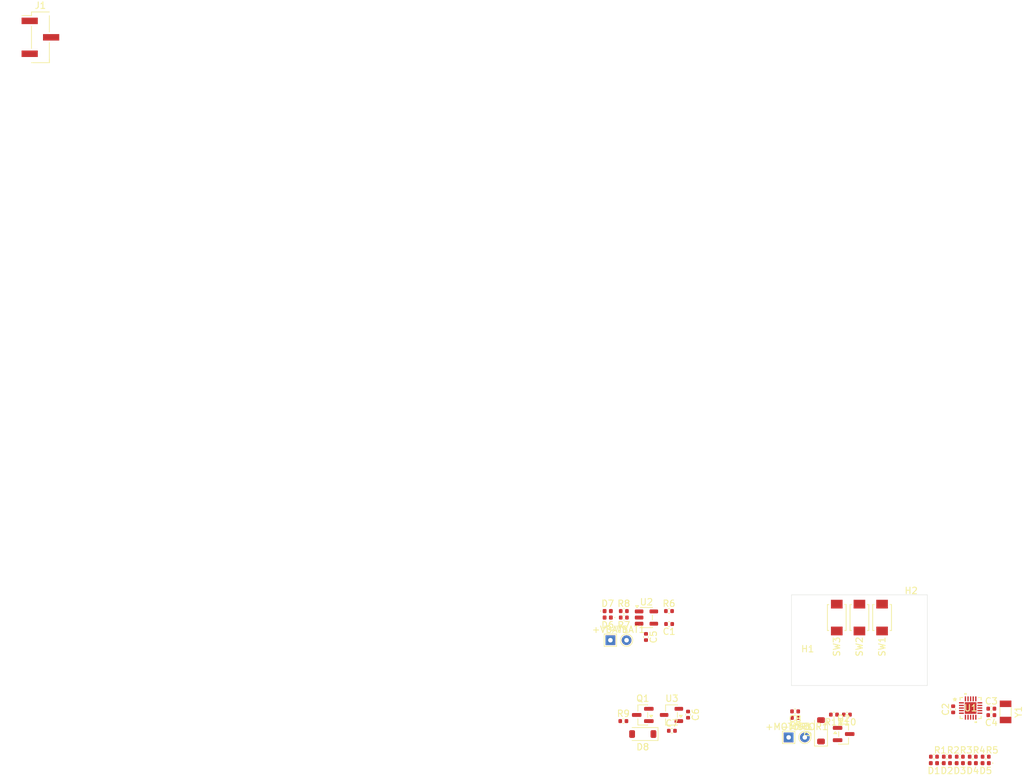
<source format=kicad_pcb>
(kicad_pcb (version 20241229) (generator "pcbnew") (generator_version "9.0")
  (layers (0 "F.Cu" signal) (2 "B.Cu" signal) (13 "F.Paste" user) (15 "B.Paste" user) (5 "F.SilkS" user "F.Silkscreen") (7 "B.SilkS" user "B.Silkscreen") (1 "F.Mask" user) (3 "B.Mask" user) (25 "Edge.Cuts" user))
  (net 0 "")
  (net 1 "GND")
  (net 2 "+3V3")
  (net 3 "Net-(D1-A)")
  (net 4 "Net-(D2-A)")
  (net 5 "Net-(D3-A)")
  (net 6 "Net-(D4-A)")
  (net 7 "Net-(D5-A)")
  (net 13 "Net-(U1A-PB2{slash}TOSC2)")
  (net 14 "Net-(U1A-PB3{slash}TOSC1)")
  (net 15 "/LED1")
  (net 16 "/LED2")
  (net 17 "/LED3")
  (net 18 "/LED4")
  (net 19 "/LED5")
  (net 20 "Net-(U1A-PC2)")
  (net 21 "Net-(U1A-PC3)")
  (net 22 "/UDPI")
  (net 23 "/MOTOR")
  (net 24 "+5V")
  (net 25 "Net-(U2-PROG)")
  (net 26 "Net-(D6-K)")
  (net 27 "Net-(D7-A)")
  (net 28 "Net-(U2-STAT)")
  (net 29 "+VBAT")
  (net 30 "Net-(D8-K)")
  (net 31 "Net-(D9-A)")
  (net 32 "Net-(Q2-G)")
  (net 33 "Net-(U1A-PC1)")
  (footprint "TS-1088-AR02016:SW_TS-1088-AR02016" (layer "F.Cu") (at 126.5 94 -90)
    (property "Reference" "SW3" (at 4.5 0 90) (layer "F.SilkS"))
    (property "Value" "SW_Push")
    (fp_line (start -2 1.45) (end -2 1.22) (stroke (width 0.127)) (layer "F.SilkS"))
    (fp_line (start 2 1.45) (end -2 1.45) (stroke (width 0.127)) (layer "F.SilkS"))
    (fp_line (start 2 1.45) (end 2 1.22) (stroke (width 0.127)) (layer "F.SilkS"))
    (fp_line (start -2 -1.22) (end -2 -1.45) (stroke (width 0.127)) (layer "F.SilkS"))
    (fp_line (start -2 -1.45) (end 2 -1.45) (stroke (width 0.127)) (layer "F.SilkS"))
    (fp_line (start 2 -1.45) (end 2 -1.22) (stroke (width 0.127)) (layer "F.SilkS"))
    (pad "1" smd rect (at -2.075 0 270) (size 1.35 1.8) (layers "F.Cu" "F.Mask" "F.Paste") (net 1 "GND"))
    (pad "2" smd rect (at 2.075 0 270) (size 1.35 1.8) (layers "F.Cu" "F.Mask" "F.Paste") (net 21 "Net-(U1A-PC3)"))
  )
  (footprint "Capacitor_SMD:C_0402_1005Metric" (layer "F.Cu") (at 120.0625 108.5 180)
    (property "Reference" "C8" (at 0 -1.16 0) (layer "F.SilkS"))
    (property "Value" "100nF")
    (fp_line (start -0.107836 0.36) (end 0.107836 0.36) (stroke (width 0.12)) (layer "F.SilkS"))
    (fp_line (start -0.107836 -0.36) (end 0.107836 -0.36) (stroke (width 0.12)) (layer "F.SilkS"))
    (pad "1" smd roundrect (at -0.48 0 180) (size 0.56 0.62) (layers "F.Cu" "F.Mask" "F.Paste") (net 2 "+3V3"))
    (pad "2" smd roundrect (at 0.48 0 180) (size 0.56 0.62) (layers "F.Cu" "F.Mask" "F.Paste") (net 31 "Net-(D9-A)"))
  )
  (footprint "LED_SMD:LED_0402_1005Metric" (layer "F.Cu") (at 147.515 116.5 180)
    (property "Reference" "D4" (at 0 -1.17 0) (layer "F.SilkS"))
    (property "Value" "Red")
    (fp_circle (center -1.09 0) (end -1.04 0) (stroke (width 0.1)) (fill no) (layer "F.SilkS"))
    (pad "1" smd roundrect (at -0.485 0 180) (size 0.59 0.64) (layers "F.Cu" "F.Mask" "F.Paste") (net 18 "/LED4"))
    (pad "2" smd roundrect (at 0.485 0 180) (size 0.59 0.64) (layers "F.Cu" "F.Mask" "F.Paste") (net 6 "Net-(D4-A)"))
  )
  (footprint "Capacitor_SMD:C_0402_1005Metric" (layer "F.Cu") (at 93.52 110)
    (property "Reference" "R9" (at 0 -1.16 0) (layer "F.SilkS"))
    (property "Value" "100kR")
    (fp_line (start -0.107836 -0.36) (end 0.107836 -0.36) (stroke (width 0.12)) (layer "F.SilkS"))
    (fp_line (start -0.107836 0.36) (end 0.107836 0.36) (stroke (width 0.12)) (layer "F.SilkS"))
    (pad "1" smd roundrect (at -0.48 0) (size 0.56 0.62) (layers "F.Cu" "F.Mask" "F.Paste") (net 1 "GND"))
    (pad "2" smd roundrect (at 0.48 0) (size 0.56 0.62) (layers "F.Cu" "F.Mask" "F.Paste") (net 24 "+5V"))
  )
  (footprint "MountingHole:MountingHole_2.2mm_M2" (layer "F.Cu") (at 138 93)
    (property "Reference" "H2" (at 0 -3.15 0) (layer "F.SilkS"))
    (property "Value" "M2")
    (pad "" np_thru_hole circle (at 0 0) (size 2.2 2.2) (drill 2.2) (layers "*.Cu" "*.Mask"))
  )
  (footprint "Package_TO_SOT_SMD:SOT-23" (layer "F.Cu") (at 127.5625 112)
    (property "Reference" "Q2" (at 0 -2.4 0) (layer "F.SilkS"))
    (property "Value" "AO3400A")
    (fp_line (start -0.76 -1.56) (end 0.76 -1.56) (stroke (width 0.12)) (layer "F.SilkS"))
    (fp_line (start -0.76 -1.51) (end -0.76 -1.56) (stroke (width 0.12)) (layer "F.SilkS"))
    (fp_line (start -0.76 0.39) (end -0.76 -0.39) (stroke (width 0.12)) (layer "F.SilkS"))
    (fp_line (start -0.76 1.56) (end -0.76 1.51) (stroke (width 0.12)) (layer "F.SilkS"))
    (fp_line (start 0.76 -1.56) (end 0.76 -0.56) (stroke (width 0.12)) (layer "F.SilkS"))
    (fp_line (start 0.76 0.56) (end 0.76 1.56) (stroke (width 0.12)) (layer "F.SilkS"))
    (fp_line (start 0.76 1.56) (end -0.76 1.56) (stroke (width 0.12)) (layer "F.SilkS"))
    (fp_poly (pts (xy -1.3 -0.38) (xy -1.06 -0.05) (xy -1.54 -0.05)) (stroke (width 0.12)) (fill yes) (layer "F.SilkS"))
    (pad "1" smd roundrect (at -0.9375 -0.95) (size 1.475 0.6) (layers "F.Cu" "F.Mask" "F.Paste") (net 32 "Net-(Q2-G)"))
    (pad "2" smd roundrect (at -0.9375 0.95) (size 1.475 0.6) (layers "F.Cu" "F.Mask" "F.Paste") (net 1 "GND"))
    (pad "3" smd roundrect (at 0.9375 0) (size 1.475 0.6) (layers "F.Cu" "F.Mask" "F.Paste") (net 31 "Net-(D9-A)"))
  )
  (footprint "Package_TO_SOT_SMD:SOT-23-5" (layer "F.Cu") (at 97.09143 94)
    (property "Reference" "U2" (at 0 -2.4 0) (layer "F.SilkS"))
    (property "Value" "MCP73831-2-OT")
    (fp_line (start -0.91 -1.56) (end 0.91 -1.56) (stroke (width 0.12)) (layer "F.SilkS"))
    (fp_line (start -0.91 -1.51) (end -0.91 -1.56) (stroke (width 0.12)) (layer "F.SilkS"))
    (fp_line (start -0.91 1.56) (end -0.91 1.51) (stroke (width 0.12)) (layer "F.SilkS"))
    (fp_line (start 0.91 -1.56) (end 0.91 -1.51) (stroke (width 0.12)) (layer "F.SilkS"))
    (fp_line (start 0.91 -0.39) (end 0.91 0.39) (stroke (width 0.12)) (layer "F.SilkS"))
    (fp_line (start 0.91 1.51) (end 0.91 1.56) (stroke (width 0.12)) (layer "F.SilkS"))
    (fp_line (start 0.91 1.56) (end -0.91 1.56) (stroke (width 0.12)) (layer "F.SilkS"))
    (fp_poly (pts (xy -1.45 -1.51) (xy -1.69 -1.84) (xy -1.21 -1.84)) (stroke (width 0.12)) (fill yes) (layer "F.SilkS"))
    (pad "1" smd roundrect (at -1.1375 -0.95) (size 1.325 0.6) (layers "F.Cu" "F.Mask" "F.Paste") (net 28 "Net-(U2-STAT)"))
    (pad "2" smd roundrect (at -1.1375 0) (size 1.325 0.6) (layers "F.Cu" "F.Mask" "F.Paste") (net 1 "GND"))
    (pad "3" smd roundrect (at -1.1375 0.95) (size 1.325 0.6) (layers "F.Cu" "F.Mask" "F.Paste") (net 29 "+VBAT"))
    (pad "4" smd roundrect (at 1.1375 0.95) (size 1.325 0.6) (layers "F.Cu" "F.Mask" "F.Paste") (net 24 "+5V"))
    (pad "5" smd roundrect (at 1.1375 -0.95) (size 1.325 0.6) (layers "F.Cu" "F.Mask" "F.Paste") (net 25 "Net-(U2-PROG)"))
  )
  (footprint "TS-1088-AR02016:SW_TS-1088-AR02016" (layer "F.Cu") (at 130 94 -90)
    (property "Reference" "SW2" (at 4.5 0 90) (layer "F.SilkS"))
    (property "Value" "SW_Push")
    (fp_line (start -2 1.45) (end -2 1.22) (stroke (width 0.127)) (layer "F.SilkS"))
    (fp_line (start 2 1.45) (end -2 1.45) (stroke (width 0.127)) (layer "F.SilkS"))
    (fp_line (start 2 1.45) (end 2 1.22) (stroke (width 0.127)) (layer "F.SilkS"))
    (fp_line (start -2 -1.22) (end -2 -1.45) (stroke (width 0.127)) (layer "F.SilkS"))
    (fp_line (start -2 -1.45) (end 2 -1.45) (stroke (width 0.127)) (layer "F.SilkS"))
    (fp_line (start 2 -1.45) (end 2 -1.22) (stroke (width 0.127)) (layer "F.SilkS"))
    (pad "1" smd rect (at -2.075 0 270) (size 1.35 1.8) (layers "F.Cu" "F.Mask" "F.Paste") (net 1 "GND"))
    (pad "2" smd rect (at 2.075 0 270) (size 1.35 1.8) (layers "F.Cu" "F.Mask" "F.Paste") (net 20 "Net-(U1A-PC2)"))
  )
  (footprint "Capacitor_SMD:C_0402_1005Metric" (layer "F.Cu") (at 100.59143 95 180)
    (property "Reference" "C1" (at 0 -1.16 0) (layer "F.SilkS"))
    (property "Value" "10μF")
    (fp_line (start -0.107836 0.36) (end 0.107836 0.36) (stroke (width 0.12)) (layer "F.SilkS"))
    (fp_line (start -0.107836 -0.36) (end 0.107836 -0.36) (stroke (width 0.12)) (layer "F.SilkS"))
    (pad "1" smd roundrect (at -0.48 0 180) (size 0.56 0.62) (layers "F.Cu" "F.Mask" "F.Paste") (net 24 "+5V"))
    (pad "2" smd roundrect (at 0.48 0 180) (size 0.56 0.62) (layers "F.Cu" "F.Mask" "F.Paste") (net 1 "GND"))
  )
  (footprint "TestPoint:TestPoint_THTPad_1.5x1.5mm_Drill0.7mm" (layer "F.Cu") (at 119.0625 112.52)
    (property "Reference" "+MOTOR1" (at 0 -1.648 0) (layer "F.SilkS"))
    (property "Value" "~")
    (fp_line (start -0.95 -0.95) (end 0.95 -0.95) (stroke (width 0.12)) (layer "F.SilkS"))
    (fp_line (start -0.95 0.95) (end -0.95 -0.95) (stroke (width 0.12)) (layer "F.SilkS"))
    (fp_line (start 0.95 -0.95) (end 0.95 0.95) (stroke (width 0.12)) (layer "F.SilkS"))
    (fp_line (start 0.95 0.95) (end -0.95 0.95) (stroke (width 0.12)) (layer "F.SilkS"))
    (pad "1" thru_hole rect (at 0 0) (size 1.5 1.5) (drill 0.7) (layers "*.Cu" "*.Mask") (net 2 "+3V3"))
  )
  (footprint "Crystal:Crystal_SMD_3215-2Pin_3.2x1.5mm" (layer "F.Cu") (at 152.585 108.58 -90)
    (property "Reference" "Y1" (at 0 -2 90) (layer "F.SilkS"))
    (property "Value" "32.678")
    (fp_line (start -0.675 0.875) (end 0.675 0.875) (stroke (width 0.12)) (layer "F.SilkS"))
    (fp_line (start -0.675 -0.875) (end 0.675 -0.875) (stroke (width 0.12)) (layer "F.SilkS"))
    (pad "1" smd rect (at 1.25 0 270) (size 1 1.8) (layers "F.Cu" "F.Mask" "F.Paste") (net 14 "Net-(U1A-PB3{slash}TOSC1)"))
    (pad "2" smd rect (at -1.25 0 270) (size 1 1.8) (layers "F.Cu" "F.Mask" "F.Paste") (net 13 "Net-(U1A-PB2{slash}TOSC2)"))
  )
  (footprint "Capacitor_SMD:C_0402_1005Metric" (layer "F.Cu") (at 141.515 115.5)
    (property "Reference" "R1" (at 0.985 -1 0) (layer "F.SilkS"))
    (property "Value" "680R")
    (fp_line (start -0.107836 -0.36) (end 0.107836 -0.36) (stroke (width 0.12)) (layer "F.SilkS"))
    (fp_line (start -0.107836 0.36) (end 0.107836 0.36) (stroke (width 0.12)) (layer "F.SilkS"))
    (pad "1" smd roundrect (at -0.48 0) (size 0.56 0.62) (layers "F.Cu" "F.Mask" "F.Paste") (net 2 "+3V3"))
    (pad "2" smd roundrect (at 0.48 0) (size 0.56 0.62) (layers "F.Cu" "F.Mask" "F.Paste") (net 3 "Net-(D1-A)"))
  )
  (footprint "Connector_PinHeader_2.54mm:PinHeader_1x03_P2.54mm_Vertical_SMD_Pin1Left" (layer "F.Cu") (at 3.435 4.335)
    (property "Reference" "J1" (at 0 -4.92 0) (layer "F.SilkS"))
    (property "Value" "Conn_01x03_Pin")
    (fp_line (start -1.38 -3.92) (end -1.38 -3.35) (stroke (width 0.12)) (layer "F.SilkS"))
    (fp_line (start -1.38 -3.92) (end 1.38 -3.92) (stroke (width 0.12)) (layer "F.SilkS"))
    (fp_line (start -1.38 -3.35) (end -2.85 -3.35) (stroke (width 0.12)) (layer "F.SilkS"))
    (fp_line (start -1.38 -1.73) (end -1.38 1.73) (stroke (width 0.12)) (layer "F.SilkS"))
    (fp_line (start -1.38 3.92) (end 1.38 3.92) (stroke (width 0.12)) (layer "F.SilkS"))
    (fp_line (start 1.38 -3.35) (end 1.38 -0.81) (stroke (width 0.12)) (layer "F.SilkS"))
    (fp_line (start 1.38 0.81) (end 1.38 3.92) (stroke (width 0.12)) (layer "F.SilkS"))
    (fp_line (start 1.38 3.35) (end 1.38 3.92) (stroke (width 0.12)) (layer "F.SilkS"))
    (pad "1" smd rect (at -1.655 -2.54) (size 2.51 1) (layers "F.Cu" "F.Mask" "F.Paste"))
    (pad "2" smd rect (at 1.655 0) (size 2.51 1) (layers "F.Cu" "F.Mask" "F.Paste"))
    (pad "3" smd rect (at -1.655 2.54) (size 2.51 1) (layers "F.Cu" "F.Mask" "F.Paste"))
  )
  (footprint "TestPoint:TestPoint_THTPad_D1.5mm_Drill0.7mm" (layer "F.Cu") (at 94.01643 97.5)
    (property "Reference" "-VBAT1" (at 0 -1.648 0) (layer "F.SilkS"))
    (property "Value" "~")
    (fp_circle (center 0 0) (end 0 0.95) (stroke (width 0.12)) (fill no) (layer "F.SilkS"))
    (pad "1" thru_hole circle (at 0 0) (size 1.5 1.5) (drill 0.7) (layers "*.Cu" "*.Mask") (net 1 "GND"))
  )
  (footprint "Capacitor_SMD:C_0402_1005Metric" (layer "F.Cu") (at 143.515 115.5)
    (property "Reference" "R2" (at 0.985 -1 0) (layer "F.SilkS"))
    (property "Value" "680R")
    (fp_line (start -0.107836 -0.36) (end 0.107836 -0.36) (stroke (width 0.12)) (layer "F.SilkS"))
    (fp_line (start -0.107836 0.36) (end 0.107836 0.36) (stroke (width 0.12)) (layer "F.SilkS"))
    (pad "1" smd roundrect (at -0.48 0) (size 0.56 0.62) (layers "F.Cu" "F.Mask" "F.Paste") (net 2 "+3V3"))
    (pad "2" smd roundrect (at 0.48 0) (size 0.56 0.62) (layers "F.Cu" "F.Mask" "F.Paste") (net 4 "Net-(D2-A)"))
  )
  (footprint "Capacitor_SMD:C_0402_1005Metric" (layer "F.Cu") (at 93.59143 94 180)
    (property "Reference" "R7" (at 0 -1.16 0) (layer "F.SilkS"))
    (property "Value" "680R")
    (fp_line (start -0.107836 0.36) (end 0.107836 0.36) (stroke (width 0.12)) (layer "F.SilkS"))
    (fp_line (start -0.107836 -0.36) (end 0.107836 -0.36) (stroke (width 0.12)) (layer "F.SilkS"))
    (pad "1" smd roundrect (at -0.48 0 180) (size 0.56 0.62) (layers "F.Cu" "F.Mask" "F.Paste") (net 28 "Net-(U2-STAT)"))
    (pad "2" smd roundrect (at 0.48 0 180) (size 0.56 0.62) (layers "F.Cu" "F.Mask" "F.Paste") (net 26 "Net-(D6-K)"))
  )
  (footprint "Capacitor_SMD:C_0402_1005Metric" (layer "F.Cu") (at 101.02 111.5)
    (property "Reference" "C7" (at 0 -1.16 0) (layer "F.SilkS"))
    (property "Value" "1μF")
    (fp_line (start -0.107836 -0.36) (end 0.107836 -0.36) (stroke (width 0.12)) (layer "F.SilkS"))
    (fp_line (start -0.107836 0.36) (end 0.107836 0.36) (stroke (width 0.12)) (layer "F.SilkS"))
    (pad "1" smd roundrect (at -0.48 0) (size 0.56 0.62) (layers "F.Cu" "F.Mask" "F.Paste") (net 30 "Net-(D8-K)"))
    (pad "2" smd roundrect (at 0.48 0) (size 0.56 0.62) (layers "F.Cu" "F.Mask" "F.Paste") (net 1 "GND"))
  )
  (footprint "Capacitor_SMD:C_0402_1005Metric" (layer "F.Cu") (at 100.57143 93)
    (property "Reference" "R6" (at 0 -1.16 0) (layer "F.SilkS"))
    (property "Value" "10kR")
    (fp_line (start -0.107836 -0.36) (end 0.107836 -0.36) (stroke (width 0.12)) (layer "F.SilkS"))
    (fp_line (start -0.107836 0.36) (end 0.107836 0.36) (stroke (width 0.12)) (layer "F.SilkS"))
    (pad "1" smd roundrect (at -0.48 0) (size 0.56 0.62) (layers "F.Cu" "F.Mask" "F.Paste") (net 25 "Net-(U2-PROG)"))
    (pad "2" smd roundrect (at 0.48 0) (size 0.56 0.62) (layers "F.Cu" "F.Mask" "F.Paste") (net 1 "GND"))
  )
  (footprint "Capacitor_SMD:C_0402_1005Metric" (layer "F.Cu") (at 103.52 109 -90)
    (property "Reference" "C6" (at 0 -1.16 90) (layer "F.SilkS"))
    (property "Value" "1μF")
    (fp_line (start -0.107836 0.36) (end 0.107836 0.36) (stroke (width 0.12)) (layer "F.SilkS"))
    (fp_line (start -0.107836 -0.36) (end 0.107836 -0.36) (stroke (width 0.12)) (layer "F.SilkS"))
    (pad "1" smd roundrect (at -0.48 0 270) (size 0.56 0.62) (layers "F.Cu" "F.Mask" "F.Paste") (net 2 "+3V3"))
    (pad "2" smd roundrect (at 0.48 0 270) (size 0.56 0.62) (layers "F.Cu" "F.Mask" "F.Paste") (net 1 "GND"))
  )
  (footprint "Capacitor_SMD:C_0402_1005Metric" (layer "F.Cu") (at 120.0625 109.5 180)
    (property "Reference" "C9" (at 0 -1.16 0) (layer "F.SilkS"))
    (property "Value" "10μF")
    (fp_line (start -0.107836 0.36) (end 0.107836 0.36) (stroke (width 0.12)) (layer "F.SilkS"))
    (fp_line (start -0.107836 -0.36) (end 0.107836 -0.36) (stroke (width 0.12)) (layer "F.SilkS"))
    (pad "1" smd roundrect (at -0.48 0 180) (size 0.56 0.62) (layers "F.Cu" "F.Mask" "F.Paste") (net 2 "+3V3"))
    (pad "2" smd roundrect (at 0.48 0 180) (size 0.56 0.62) (layers "F.Cu" "F.Mask" "F.Paste") (net 31 "Net-(D9-A)"))
  )
  (footprint "LED_SMD:LED_0402_1005Metric" (layer "F.Cu") (at 143.515 116.5 180)
    (property "Reference" "D2" (at 0 -1.17 0) (layer "F.SilkS"))
    (property "Value" "Red")
    (fp_circle (center -1.09 0) (end -1.04 0) (stroke (width 0.1)) (fill no) (layer "F.SilkS"))
    (pad "1" smd roundrect (at -0.485 0 180) (size 0.59 0.64) (layers "F.Cu" "F.Mask" "F.Paste") (net 16 "/LED2"))
    (pad "2" smd roundrect (at 0.485 0 180) (size 0.59 0.64) (layers "F.Cu" "F.Mask" "F.Paste") (net 4 "Net-(D2-A)"))
  )
  (footprint "LED_SMD:LED_0402_1005Metric" (layer "F.Cu") (at 91.10643 94 180)
    (property "Reference" "D6" (at 0 -1.17 0) (layer "F.SilkS"))
    (property "Value" "Red")
    (fp_circle (center -1.09 0) (end -1.04 0) (stroke (width 0.1)) (fill no) (layer "F.SilkS"))
    (pad "1" smd roundrect (at -0.485 0 180) (size 0.59 0.64) (layers "F.Cu" "F.Mask" "F.Paste") (net 26 "Net-(D6-K)"))
    (pad "2" smd roundrect (at 0.485 0 180) (size 0.59 0.64) (layers "F.Cu" "F.Mask" "F.Paste") (net 24 "+5V"))
  )
  (footprint "Diode_SMD:D_SOD-123" (layer "F.Cu") (at 124.0625 111.5 90)
    (property "Reference" "D9" (at 0 -2 90) (layer "F.SilkS"))
    (property "Value" "D_Schottky")
    (fp_line (start -2.36 -1) (end 1.65 -1) (stroke (width 0.12)) (layer "F.SilkS"))
    (fp_line (start -2.36 -1) (end -2.36 1) (stroke (width 0.12)) (layer "F.SilkS"))
    (fp_line (start -2.36 1) (end 1.65 1) (stroke (width 0.12)) (layer "F.SilkS"))
    (pad "1" smd roundrect (at -1.65 0 90) (size 0.9 1.2) (layers "F.Cu" "F.Mask" "F.Paste") (net 2 "+3V3"))
    (pad "2" smd roundrect (at 1.65 0 90) (size 0.9 1.2) (layers "F.Cu" "F.Mask" "F.Paste") (net 31 "Net-(D9-A)"))
  )
  (footprint "Package_TO_SOT_SMD:SOT-23" (layer "F.Cu") (at 96.52 109.05 180)
    (property "Reference" "Q1" (at 0 2.55 0) (layer "F.SilkS"))
    (property "Value" "AO3401A")
    (fp_line (start 0.76 1.56) (end -0.76 1.56) (stroke (width 0.12)) (layer "F.SilkS"))
    (fp_line (start 0.76 0.56) (end 0.76 1.56) (stroke (width 0.12)) (layer "F.SilkS"))
    (fp_line (start 0.76 -1.56) (end 0.76 -0.56) (stroke (width 0.12)) (layer "F.SilkS"))
    (fp_line (start -0.76 1.56) (end -0.76 1.51) (stroke (width 0.12)) (layer "F.SilkS"))
    (fp_line (start -0.76 0.39) (end -0.76 -0.39) (stroke (width 0.12)) (layer "F.SilkS"))
    (fp_line (start -0.76 -1.51) (end -0.76 -1.56) (stroke (width 0.12)) (layer "F.SilkS"))
    (fp_line (start -0.76 -1.56) (end 0.76 -1.56) (stroke (width 0.12)) (layer "F.SilkS"))
    (fp_poly (pts (xy -1.3 -0.38) (xy -1.06 -0.05) (xy -1.54 -0.05)) (stroke (width 0.12)) (fill yes) (layer "F.SilkS"))
    (pad "1" smd roundrect (at -0.9375 -0.95 180) (size 1.475 0.6) (layers "F.Cu" "F.Mask" "F.Paste") (net 24 "+5V"))
    (pad "2" smd roundrect (at -0.9375 0.95 180) (size 1.475 0.6) (layers "F.Cu" "F.Mask" "F.Paste") (net 30 "Net-(D8-K)"))
    (pad "3" smd roundrect (at 0.9375 0 180) (size 1.475 0.6) (layers "F.Cu" "F.Mask" "F.Paste") (net 29 "+VBAT"))
  )
  (footprint "Capacitor_SMD:C_0402_1005Metric" (layer "F.Cu") (at 93.59143 93)
    (property "Reference" "R8" (at 0 -1.16 0) (layer "F.SilkS"))
    (property "Value" "680R")
    (fp_line (start -0.107836 -0.36) (end 0.107836 -0.36) (stroke (width 0.12)) (layer "F.SilkS"))
    (fp_line (start -0.107836 0.36) (end 0.107836 0.36) (stroke (width 0.12)) (layer "F.SilkS"))
    (pad "1" smd roundrect (at -0.48 0) (size 0.56 0.62) (layers "F.Cu" "F.Mask" "F.Paste") (net 28 "Net-(U2-STAT)"))
    (pad "2" smd roundrect (at 0.48 0) (size 0.56 0.62) (layers "F.Cu" "F.Mask" "F.Paste") (net 27 "Net-(D7-A)"))
  )
  (footprint "ATTINY1616-MR:VQFN20_REB_MCH" (layer "F.Cu") (at 147.185 107.98)
    (property "Reference" "U1" (at 0 0 0) (layer "F.SilkS"))
    (property "Value" "ATTINY1616-MN")
    (fp_line (start -1.6256 -1.6256) (end -1.6256 -1.234741) (stroke (width 0.1524)) (layer "F.SilkS"))
    (fp_line (start -1.6256 1.234741) (end -1.6256 1.6256) (stroke (width 0.1524)) (layer "F.SilkS"))
    (fp_line (start -1.6256 1.6256) (end -1.234741 1.6256) (stroke (width 0.1524)) (layer "F.SilkS"))
    (fp_line (start -1.234741 -1.6256) (end -1.6256 -1.6256) (stroke (width 0.1524)) (layer "F.SilkS"))
    (fp_line (start 1.234741 1.6256) (end 1.6256 1.6256) (stroke (width 0.1524)) (layer "F.SilkS"))
    (fp_line (start 1.6256 -1.6256) (end 1.234741 -1.6256) (stroke (width 0.1524)) (layer "F.SilkS"))
    (fp_line (start 1.6256 -1.234741) (end 1.6256 -1.6256) (stroke (width 0.1524)) (layer "F.SilkS"))
    (fp_line (start 1.6256 1.6256) (end 1.6256 1.234741) (stroke (width 0.1524)) (layer "F.SilkS"))
    (fp_poly (pts (xy -0.990501 -2.052599) (xy -0.990501 -2.306599) (xy -0.609501 -2.306599) (xy -0.609501 -2.052599)) (fill yes) (layer "F.SilkS"))
    (fp_poly (pts (xy 0.609501 2.052599) (xy 0.609501 2.306599) (xy 0.990501 2.306599) (xy 0.990501 2.052599)) (fill yes) (layer "F.SilkS"))
    (fp_text user "*" (at -2.433599 -1 0) (layer "F.SilkS"))
    (fp_text user "*" (at -2.433599 -1 0) (layer "F.SilkS"))
    (pad "1" smd rect (at -1.42 -0.800001 90) (size 0.204 0.757199) (layers "F.Cu" "F.Mask" "F.Paste"))
    (pad "2" smd rect (at -1.42 -0.399999 90) (size 0.204 0.757199) (layers "F.Cu" "F.Mask" "F.Paste"))
    (pad "3" smd rect (at -1.42 0 90) (size 0.204 0.757199) (layers "F.Cu" "F.Mask" "F.Paste") (net 1 "GND"))
    (pad "4" smd rect (at -1.42 0.399999 90) (size 0.204 0.757199) (layers "F.Cu" "F.Mask" "F.Paste") (net 2 "+3V3"))
    (pad "5" smd rect (at -1.42 0.800001 90) (size 0.204 0.757199) (layers "F.Cu" "F.Mask" "F.Paste") (net 15 "/LED1"))
    (pad "6" smd rect (at -0.800001 1.42) (size 0.204 0.757199) (layers "F.Cu" "F.Mask" "F.Paste") (net 23 "/MOTOR"))
    (pad "7" smd rect (at -0.399999 1.42) (size 0.204 0.757199) (layers "F.Cu" "F.Mask" "F.Paste") (net 16 "/LED2"))
    (pad "8" smd rect (at 0 1.42) (size 0.204 0.757199) (layers "F.Cu" "F.Mask" "F.Paste") (net 17 "/LED3"))
    (pad "9" smd rect (at 0.399999 1.42) (size 0.204 0.757199) (layers "F.Cu" "F.Mask" "F.Paste") (net 18 "/LED4"))
    (pad "10" smd rect (at 0.800001 1.42) (size 0.204 0.757199) (layers "F.Cu" "F.Mask" "F.Paste") (net 19 "/LED5"))
    (pad "11" smd rect (at 1.42 0.800001 90) (size 0.204 0.757199) (layers "F.Cu" "F.Mask" "F.Paste") (net 14 "Net-(U1A-PB3{slash}TOSC1)"))
    (pad "12" smd rect (at 1.42 0.399999 90) (size 0.204 0.757199) (layers "F.Cu" "F.Mask" "F.Paste") (net 13 "Net-(U1A-PB2{slash}TOSC2)"))
    (pad "13" smd rect (at 1.42 0 90) (size 0.204 0.757199) (layers "F.Cu" "F.Mask" "F.Paste"))
    (pad "14" smd rect (at 1.42 -0.399999 90) (size 0.204 0.757199) (layers "F.Cu" "F.Mask" "F.Paste"))
    (pad "15" smd rect (at 1.42 -0.800001 90) (size 0.204 0.757199) (layers "F.Cu" "F.Mask" "F.Paste"))
    (pad "16" smd rect (at 0.800001 -1.42) (size 0.204 0.757199) (layers "F.Cu" "F.Mask" "F.Paste") (net 33 "Net-(U1A-PC1)"))
    (pad "17" smd rect (at 0.399999 -1.42) (size 0.204 0.757199) (layers "F.Cu" "F.Mask" "F.Paste") (net 20 "Net-(U1A-PC2)"))
    (pad "18" smd rect (at 0 -1.42) (size 0.204 0.757199) (layers "F.Cu" "F.Mask" "F.Paste") (net 21 "Net-(U1A-PC3)"))
    (pad "19" smd rect (at -0.399999 -1.42) (size 0.204 0.757199) (layers "F.Cu" "F.Mask" "F.Paste") (net 22 "/UDPI"))
    (pad "20" smd rect (at -0.800001 -1.42) (size 0.204 0.757199) (layers "F.Cu" "F.Mask" "F.Paste"))
    (pad "21" smd rect (at 0 0) (size 1.8034 1.8034) (layers "F.Cu" "F.Mask" "F.Paste") (net 1 "GND"))
  )
  (footprint "TestPoint:TestPoint_THTPad_D1.5mm_Drill0.7mm" (layer "F.Cu") (at 121.5625 112.52)
    (property "Reference" "-MOTOR1" (at 0 -1.648 0) (layer "F.SilkS"))
    (property "Value" "~")
    (fp_circle (center 0 0) (end 0 0.95) (stroke (width 0.12)) (fill no) (layer "F.SilkS"))
    (pad "1" thru_hole circle (at 0 0) (size 1.5 1.5) (drill 0.7) (layers "*.Cu" "*.Mask") (net 31 "Net-(D9-A)"))
  )
  (footprint "Package_TO_SOT_SMD:SOT-23-3" (layer "F.Cu") (at 100.9575 109.05 180)
    (property "Reference" "U3" (at -0.0625 2.55 0) (layer "F.SilkS"))
    (property "Value" "XC6206PxxxMR")
    (fp_line (start 0.91 1.56) (end -0.91 1.56) (stroke (width 0.12)) (layer "F.SilkS"))
    (fp_line (start 0.91 0.56) (end 0.91 1.56) (stroke (width 0.12)) (layer "F.SilkS"))
    (fp_line (start 0.91 -1.56) (end 0.91 -0.56) (stroke (width 0.12)) (layer "F.SilkS"))
    (fp_line (start -0.91 1.56) (end -0.91 1.51) (stroke (width 0.12)) (layer "F.SilkS"))
    (fp_line (start -0.91 0.39) (end -0.91 -0.39) (stroke (width 0.12)) (layer "F.SilkS"))
    (fp_line (start -0.91 -1.51) (end -0.91 -1.56) (stroke (width 0.12)) (layer "F.SilkS"))
    (fp_line (start -0.91 -1.56) (end 0.91 -1.56) (stroke (width 0.12)) (layer "F.SilkS"))
    (fp_poly (pts (xy -1.45 -0.38) (xy -1.21 -0.05) (xy -1.69 -0.05)) (stroke (width 0.12)) (fill yes) (layer "F.SilkS"))
    (pad "1" smd roundrect (at -1.1375 -0.95 180) (size 1.325 0.6) (layers "F.Cu" "F.Mask" "F.Paste") (net 1 "GND"))
    (pad "2" smd roundrect (at -1.1375 0.95 180) (size 1.325 0.6) (layers "F.Cu" "F.Mask" "F.Paste") (net 2 "+3V3"))
    (pad "3" smd roundrect (at 1.1375 0 180) (size 1.325 0.6) (layers "F.Cu" "F.Mask" "F.Paste") (net 30 "Net-(D8-K)"))
  )
  (footprint "Capacitor_SMD:C_0402_1005Metric" (layer "F.Cu") (at 150.385 108.08)
    (property "Reference" "C3" (at 0 -1.16 0) (layer "F.SilkS"))
    (property "Value" "20pF")
    (fp_line (start -0.107836 -0.36) (end 0.107836 -0.36) (stroke (width 0.12)) (layer "F.SilkS"))
    (fp_line (start -0.107836 0.36) (end 0.107836 0.36) (stroke (width 0.12)) (layer "F.SilkS"))
    (pad "1" smd roundrect (at -0.48 0) (size 0.56 0.62) (layers "F.Cu" "F.Mask" "F.Paste") (net 13 "Net-(U1A-PB2{slash}TOSC2)"))
    (pad "2" smd roundrect (at 0.48 0) (size 0.56 0.62) (layers "F.Cu" "F.Mask" "F.Paste") (net 1 "GND"))
  )
  (footprint "LED_SMD:LED_0402_1005Metric" (layer "F.Cu") (at 91.10643 93)
    (property "Reference" "D7" (at 0 -1.17 0) (layer "F.SilkS"))
    (property "Value" "Green")
    (fp_circle (center -1.09 0) (end -1.04 0) (stroke (width 0.1)) (fill no) (layer "F.SilkS"))
    (pad "1" smd roundrect (at -0.485 0) (size 0.59 0.64) (layers "F.Cu" "F.Mask" "F.Paste") (net 1 "GND"))
    (pad "2" smd roundrect (at 0.485 0) (size 0.59 0.64) (layers "F.Cu" "F.Mask" "F.Paste") (net 27 "Net-(D7-A)"))
  )
  (footprint "Capacitor_SMD:C_0402_1005Metric" (layer "F.Cu") (at 150.385 109.08 180)
    (property "Reference" "C4" (at 0 -1.16 0) (layer "F.SilkS"))
    (property "Value" "20pF")
    (fp_line (start -0.107836 0.36) (end 0.107836 0.36) (stroke (width 0.12)) (layer "F.SilkS"))
    (fp_line (start -0.107836 -0.36) (end 0.107836 -0.36) (stroke (width 0.12)) (layer "F.SilkS"))
    (pad "1" smd roundrect (at -0.48 0 180) (size 0.56 0.62) (layers "F.Cu" "F.Mask" "F.Paste") (net 14 "Net-(U1A-PB3{slash}TOSC1)"))
    (pad "2" smd roundrect (at 0.48 0 180) (size 0.56 0.62) (layers "F.Cu" "F.Mask" "F.Paste") (net 1 "GND"))
  )
  (footprint "TestPoint:TestPoint_THTPad_1.5x1.5mm_Drill0.7mm" (layer "F.Cu") (at 91.51643 97.5)
    (property "Reference" "+VBAT1" (at 0 -1.648 0) (layer "F.SilkS"))
    (property "Value" "~")
    (fp_line (start -0.95 -0.95) (end 0.95 -0.95) (stroke (width 0.12)) (layer "F.SilkS"))
    (fp_line (start -0.95 0.95) (end -0.95 -0.95) (stroke (width 0.12)) (layer "F.SilkS"))
    (fp_line (start 0.95 -0.95) (end 0.95 0.95) (stroke (width 0.12)) (layer "F.SilkS"))
    (fp_line (start 0.95 0.95) (end -0.95 0.95) (stroke (width 0.12)) (layer "F.SilkS"))
    (pad "1" thru_hole rect (at 0 0) (size 1.5 1.5) (drill 0.7) (layers "*.Cu" "*.Mask") (net 29 "+VBAT"))
  )
  (footprint "Diode_SMD:D_SOD-123" (layer "F.Cu") (at 96.52 112 180)
    (property "Reference" "D8" (at 0 -2 0) (layer "F.SilkS"))
    (property "Value" "D_Schottky")
    (fp_line (start -2.36 1) (end 1.65 1) (stroke (width 0.12)) (layer "F.SilkS"))
    (fp_line (start -2.36 -1) (end 1.65 -1) (stroke (width 0.12)) (layer "F.SilkS"))
    (fp_line (start -2.36 -1) (end -2.36 1) (stroke (width 0.12)) (layer "F.SilkS"))
    (pad "1" smd roundrect (at -1.65 0 180) (size 0.9 1.2) (layers "F.Cu" "F.Mask" "F.Paste") (net 30 "Net-(D8-K)"))
    (pad "2" smd roundrect (at 1.65 0 180) (size 0.9 1.2) (layers "F.Cu" "F.Mask" "F.Paste") (net 24 "+5V"))
  )
  (footprint "LED_SMD:LED_0402_1005Metric" (layer "F.Cu") (at 141.515 116.5 180)
    (property "Reference" "D1" (at 0 -1.17 0) (layer "F.SilkS"))
    (property "Value" "Red")
    (fp_circle (center -1.09 0) (end -1.04 0) (stroke (width 0.1)) (fill no) (layer "F.SilkS"))
    (pad "1" smd roundrect (at -0.485 0 180) (size 0.59 0.64) (layers "F.Cu" "F.Mask" "F.Paste") (net 15 "/LED1"))
    (pad "2" smd roundrect (at 0.485 0 180) (size 0.59 0.64) (layers "F.Cu" "F.Mask" "F.Paste") (net 3 "Net-(D1-A)"))
  )
  (footprint "Capacitor_SMD:C_0402_1005Metric" (layer "F.Cu") (at 149.515 115.5)
    (property "Reference" "R5" (at 0.985 -1 0) (layer "F.SilkS"))
    (property "Value" "680R")
    (fp_line (start -0.107836 -0.36) (end 0.107836 -0.36) (stroke (width 0.12)) (layer "F.SilkS"))
    (fp_line (start -0.107836 0.36) (end 0.107836 0.36) (stroke (width 0.12)) (layer "F.SilkS"))
    (pad "1" smd roundrect (at -0.48 0) (size 0.56 0.62) (layers "F.Cu" "F.Mask" "F.Paste") (net 2 "+3V3"))
    (pad "2" smd roundrect (at 0.48 0) (size 0.56 0.62) (layers "F.Cu" "F.Mask" "F.Paste") (net 7 "Net-(D5-A)"))
  )
  (footprint "Capacitor_SMD:C_0402_1005Metric" (layer "F.Cu") (at 126.0625 109 180)
    (property "Reference" "R11" (at 0 -1.16 0) (layer "F.SilkS"))
    (property "Value" "100R")
    (fp_line (start -0.107836 0.36) (end 0.107836 0.36) (stroke (width 0.12)) (layer "F.SilkS"))
    (fp_line (start -0.107836 -0.36) (end 0.107836 -0.36) (stroke (width 0.12)) (layer "F.SilkS"))
    (pad "1" smd roundrect (at -0.48 0 180) (size 0.56 0.62) (layers "F.Cu" "F.Mask" "F.Paste") (net 32 "Net-(Q2-G)"))
    (pad "2" smd roundrect (at 0.48 0 180) (size 0.56 0.62) (layers "F.Cu" "F.Mask" "F.Paste") (net 23 "/MOTOR"))
  )
  (footprint "Capacitor_SMD:C_0402_1005Metric" (layer "F.Cu") (at 145.515 115.5)
    (property "Reference" "R3" (at 0.985 -1 0) (layer "F.SilkS"))
    (property "Value" "680R")
    (fp_line (start -0.107836 -0.36) (end 0.107836 -0.36) (stroke (width 0.12)) (layer "F.SilkS"))
    (fp_line (start -0.107836 0.36) (end 0.107836 0.36) (stroke (width 0.12)) (layer "F.SilkS"))
    (pad "1" smd roundrect (at -0.48 0) (size 0.56 0.62) (layers "F.Cu" "F.Mask" "F.Paste") (net 2 "+3V3"))
    (pad "2" smd roundrect (at 0.48 0) (size 0.56 0.62) (layers "F.Cu" "F.Mask" "F.Paste") (net 5 "Net-(D3-A)"))
  )
  (footprint "Capacitor_SMD:C_0402_1005Metric" (layer "F.Cu") (at 97.01643 97 -90)
    (property "Reference" "C5" (at 0 -1.16 90) (layer "F.SilkS"))
    (property "Value" "10μF")
    (fp_line (start -0.107836 0.36) (end 0.107836 0.36) (stroke (width 0.12)) (layer "F.SilkS"))
    (fp_line (start -0.107836 -0.36) (end 0.107836 -0.36) (stroke (width 0.12)) (layer "F.SilkS"))
    (pad "1" smd roundrect (at -0.48 0 270) (size 0.56 0.62) (layers "F.Cu" "F.Mask" "F.Paste") (net 29 "+VBAT"))
    (pad "2" smd roundrect (at 0.48 0 270) (size 0.56 0.62) (layers "F.Cu" "F.Mask" "F.Paste") (net 1 "GND"))
  )
  (footprint "LED_SMD:LED_0402_1005Metric" (layer "F.Cu") (at 145.515 116.5 180)
    (property "Reference" "D3" (at 0 -1.17 0) (layer "F.SilkS"))
    (property "Value" "Red")
    (fp_circle (center -1.09 0) (end -1.04 0) (stroke (width 0.1)) (fill no) (layer "F.SilkS"))
    (pad "1" smd roundrect (at -0.485 0 180) (size 0.59 0.64) (layers "F.Cu" "F.Mask" "F.Paste") (net 17 "/LED3"))
    (pad "2" smd roundrect (at 0.485 0 180) (size 0.59 0.64) (layers "F.Cu" "F.Mask" "F.Paste") (net 5 "Net-(D3-A)"))
  )
  (footprint "MountingHole:MountingHole_2.2mm_M2" (layer "F.Cu") (at 122 102)
    (property "Reference" "H1" (at 0 -3.15 0) (layer "F.SilkS"))
    (property "Value" "M2")
    (pad "" np_thru_hole circle (at 0 0) (size 2.2 2.2) (drill 2.2) (layers "*.Cu" "*.Mask"))
  )
  (footprint "LED_SMD:LED_0402_1005Metric" (layer "F.Cu") (at 149.515 116.5 180)
    (property "Reference" "D5" (at 0 -1.17 0) (layer "F.SilkS"))
    (property "Value" "Red")
    (fp_circle (center -1.09 0) (end -1.04 0) (stroke (width 0.1)) (fill no) (layer "F.SilkS"))
    (pad "1" smd roundrect (at -0.485 0 180) (size 0.59 0.64) (layers "F.Cu" "F.Mask" "F.Paste") (net 19 "/LED5"))
    (pad "2" smd roundrect (at 0.485 0 180) (size 0.59 0.64) (layers "F.Cu" "F.Mask" "F.Paste") (net 7 "Net-(D5-A)"))
  )
  (footprint "TS-1088-AR02016:SW_TS-1088-AR02016" (layer "F.Cu") (at 133.5 94 -90)
    (property "Reference" "SW1" (at 4.5 0 90) (layer "F.SilkS"))
    (property "Value" "SW_Push")
    (fp_line (start -2 1.45) (end -2 1.22) (stroke (width 0.127)) (layer "F.SilkS"))
    (fp_line (start 2 1.45) (end -2 1.45) (stroke (width 0.127)) (layer "F.SilkS"))
    (fp_line (start 2 1.45) (end 2 1.22) (stroke (width 0.127)) (layer "F.SilkS"))
    (fp_line (start -2 -1.22) (end -2 -1.45) (stroke (width 0.127)) (layer "F.SilkS"))
    (fp_line (start -2 -1.45) (end 2 -1.45) (stroke (width 0.127)) (layer "F.SilkS"))
    (fp_line (start 2 -1.45) (end 2 -1.22) (stroke (width 0.127)) (layer "F.SilkS"))
    (pad "1" smd rect (at -2.075 0 270) (size 1.35 1.8) (layers "F.Cu" "F.Mask" "F.Paste") (net 1 "GND"))
    (pad "2" smd rect (at 2.075 0 270) (size 1.35 1.8) (layers "F.Cu" "F.Mask" "F.Paste") (net 33 "Net-(U1A-PC1)"))
  )
  (footprint "Capacitor_SMD:C_0402_1005Metric" (layer "F.Cu") (at 128.0625 109 180)
    (property "Reference" "R10" (at 0 -1.16 0) (layer "F.SilkS"))
    (property "Value" "100kR")
    (fp_line (start -0.107836 0.36) (end 0.107836 0.36) (stroke (width 0.12)) (layer "F.SilkS"))
    (fp_line (start -0.107836 -0.36) (end 0.107836 -0.36) (stroke (width 0.12)) (layer "F.SilkS"))
    (pad "1" smd roundrect (at -0.48 0 180) (size 0.56 0.62) (layers "F.Cu" "F.Mask" "F.Paste") (net 1 "GND"))
    (pad "2" smd roundrect (at 0.48 0 180) (size 0.56 0.62) (layers "F.Cu" "F.Mask" "F.Paste") (net 23 "/MOTOR"))
  )
  (footprint "Capacitor_SMD:C_0402_1005Metric" (layer "F.Cu") (at 144.485 108.18 90)
    (property "Reference" "C2" (at 0 -1.16 90) (layer "F.SilkS"))
    (property "Value" "100nF")
    (fp_line (start -0.107836 -0.36) (end 0.107836 -0.36) (stroke (width 0.12)) (layer "F.SilkS"))
    (fp_line (start -0.107836 0.36) (end 0.107836 0.36) (stroke (width 0.12)) (layer "F.SilkS"))
    (pad "1" smd roundrect (at -0.48 0 90) (size 0.56 0.62) (layers "F.Cu" "F.Mask" "F.Paste") (net 2 "+3V3"))
    (pad "2" smd roundrect (at 0.48 0 90) (size 0.56 0.62) (layers "F.Cu" "F.Mask" "F.Paste") (net 1 "GND"))
  )
  (footprint "Capacitor_SMD:C_0402_1005Metric" (layer "F.Cu") (at 147.515 115.5)
    (property "Reference" "R4" (at 0.985 -1 0) (layer "F.SilkS"))
    (property "Value" "680R")
    (fp_line (start -0.107836 -0.36) (end 0.107836 -0.36) (stroke (width 0.12)) (layer "F.SilkS"))
    (fp_line (start -0.107836 0.36) (end 0.107836 0.36) (stroke (width 0.12)) (layer "F.SilkS"))
    (pad "1" smd roundrect (at -0.48 0) (size 0.56 0.62) (layers "F.Cu" "F.Mask" "F.Paste") (net 2 "+3V3"))
    (pad "2" smd roundrect (at 0.48 0) (size 0.56 0.62) (layers "F.Cu" "F.Mask" "F.Paste") (net 6 "Net-(D4-A)"))
  )
  (gr_line (start 119.5 104.5) (end 140.5 104.5) (stroke (width 0.05)) (layer "Edge.Cuts"))
  (gr_line (start 119.5 90.5) (end 140.5 90.5) (stroke (width 0.05)) (layer "Edge.Cuts"))
  (gr_line (start 140.5 90.5) (end 140.5 104.5) (stroke (width 0.05)) (layer "Edge.Cuts"))
  (gr_line (start 119.5 104.5) (end 119.5 90.5) (stroke (width 0.05)) (layer "Edge.Cuts"))
)
</source>
